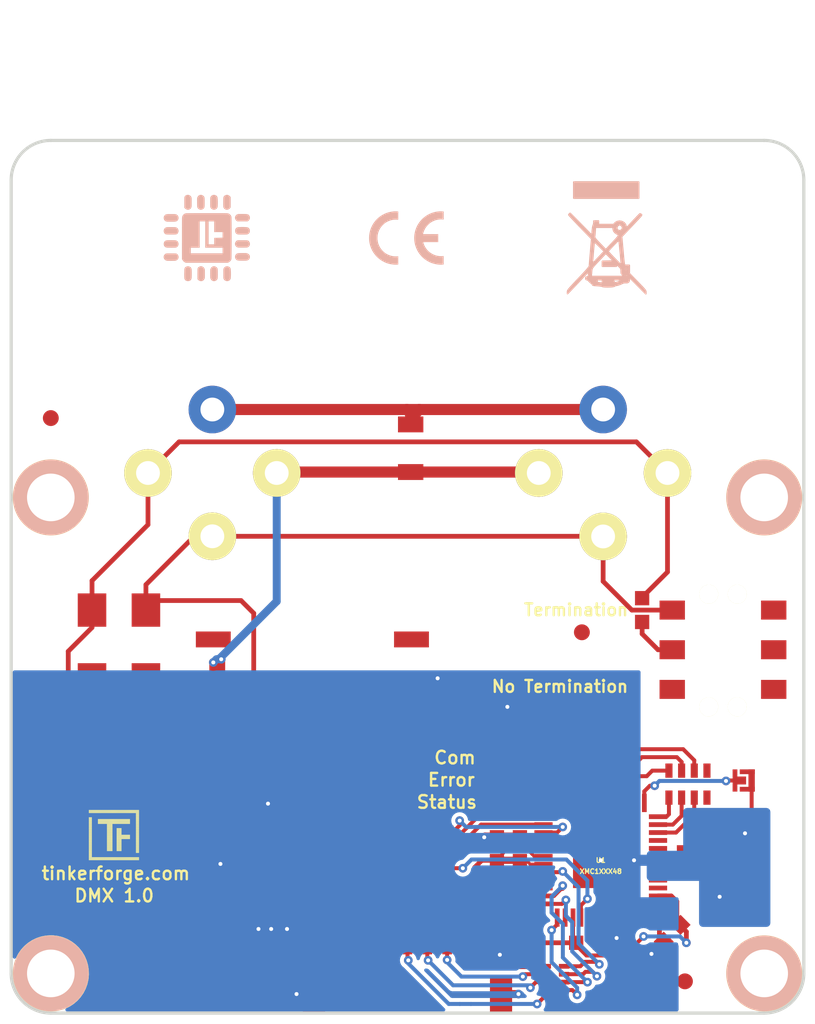
<source format=kicad_pcb>
(kicad_pcb (version 20221018) (generator pcbnew)
  (title_block (title "DMX Bricklet") (date "2017-02-20") (rev "1.0") (company "Tinkerforge GmbH") (comment 1 "Licensed under CERN OHL v.1.1") (comment 2 "Copyright (©) 2016, L.Lauer <lukas.lauer@fh-bielefeld.de>"))
  (layers (0 "F.Cu" signal "Vorderseite") (31 "B.Cu" signal "Rückseite") (34 "B.Paste" user) (35 "F.Paste" user) (36 "B.SilkS" user "B.Silkscreen") (37 "F.SilkS" user "F.Silkscreen") (38 "B.Mask" user) (39 "F.Mask" user) (44 "Edge.Cuts" user))
  (net 0 "")
  (net 1 "GND")
  (net 2 "VCC")
  (net 3 "Net-(C8-Pad1)")
  (net 4 "Net-(D1-Pad2)")
  (net 5 "Net-(D2-Pad2)")
  (net 6 "Net-(D3-Pad2)")
  (net 7 "S-MISO")
  (net 8 "S-MOSI")
  (net 9 "S-CLK")
  (net 10 "S-CS")
  (net 11 "Net-(P2-Pad2)")
  (net 12 "Net-(RP1-Pad5)")
  (net 13 "Net-(RP1-Pad6)")
  (net 14 "Net-(RP1-Pad7)")
  (net 15 "Net-(R1-Pad1)")
  (net 16 "Net-(D4-Pad1)")
  (net 17 "Net-(D5-Pad1)")
  (net 18 "485-DE")
  (net 19 "Net-(RP2-Pad5)")
  (net 20 "Net-(RP2-Pad6)")
  (net 21 "Net-(RP2-Pad7)")
  (net 22 "Net-(RP2-Pad8)")
  (net 23 "Net-(C9-Pad1)")
  (net 24 "Net-(R9-Pad1)")
  (net 25 "Net-(D4-Pad2)")
  (net 26 "Net-(L1-Pad1)")
  (net 27 "Net-(L1-Pad2)")
  (net 28 "485-RX")
  (net 29 "485-~{RE}")
  (net 30 "485-TX")
  (net 31 "Net-(C10-Pad1)")
  (net 32 "Net-(P1-Pad4)")
  (net 33 "Net-(P1-Pad5)")
  (net 34 "Net-(P1-Pad6)")
  (net 35 "Net-(P3-Pad7)")
  (net 36 "Net-(P1-Pad1)")
  (net 37 "Net-(RP1-Pad1)")
  (net 38 "Net-(RP1-Pad8)")
  (net 39 "Net-(SW1-Pad6)")
  (net 40 "Net-(SW1-Pad5)")
  (net 41 "Net-(SW1-Pad4)")
  (net 42 "Net-(SW1-Pad3)")
  (net 43 "Net-(U1-Pad2)")
  (net 44 "Net-(U1-Pad3)")
  (net 45 "Net-(U1-Pad4)")
  (net 46 "Net-(U1-Pad5)")
  (net 47 "Net-(U1-Pad6)")
  (net 48 "Net-(U1-Pad7)")
  (net 49 "Net-(U1-Pad8)")
  (net 50 "Net-(U1-Pad9)")
  (net 51 "Net-(U1-Pad10)")
  (net 52 "Net-(U1-Pad11)")
  (net 53 "Net-(U1-Pad12)")
  (net 54 "Net-(U1-Pad16)")
  (net 55 "Net-(U1-Pad21)")
  (net 56 "Net-(U1-Pad22)")
  (net 57 "Net-(U1-Pad26)")
  (net 58 "Net-(U1-Pad29)")
  (net 59 "Net-(U1-Pad30)")
  (net 60 "Net-(U1-Pad31)")
  (net 61 "Net-(U1-Pad32)")
  (net 62 "Net-(U1-Pad33)")
  (net 63 "Net-(U1-Pad34)")
  (net 64 "Net-(U1-Pad35)")
  (net 65 "Net-(U1-Pad36)")
  (net 66 "Net-(U1-Pad39)")
  (net 67 "Net-(U1-Pad40)")
  (net 68 "Net-(U1-Pad43)")
  (net 69 "Net-(U1-Pad44)")
  (net 70 "Net-(U1-Pad45)")
  (footprint "kicad-libraries:SolderJumper" (layer "F.Cu") (at 169.317157 106.370711 180)
    (fp_text reference "P2")
    (fp_text value "BOOT")
  )
  (footprint "kicad-libraries:0603X4" (layer "F.Cu") (at 165.8 106.6)
    (fp_text reference "RP1")
    (fp_text value "1k")
  )
  (footprint "kicad-libraries:QFN48-EP2" (layer "F.Cu") (at 160.3 111.4 180)
    (fp_text reference "U1")
    (fp_text value "XMC1XXX48")
  )
  (footprint "kicad-libraries:CRYSTAL_3225" (layer "F.Cu") (at 168.6 111.7 -90)
    (fp_text reference "X1")
    (fp_text value "16MHz")
  )
  (footprint "kicad-libraries:SLIDE_SWITCH" (layer "F.Cu") (at 168.01 98.13 -90)
    (fp_text reference "SW1")
    (fp_text value "TER")
  )
  (footprint "kicad-libraries:0603X4" (layer "F.Cu") (at 149.71 110.63 -90)
    (fp_text reference "RP2")
    (fp_text value "10k")
  )
  (footprint "kicad-libraries:Logo_31x31" (layer "F.Cu") (at 128.01 108.23)
    (fp_text reference "G***" hide)
    (fp_text value "Logo_31x31" hide)
  )
  (footprint "kicad-libraries:Fiducial_Mark" (layer "F.Cu") (at 165.61 119.03)
    (fp_text reference "Fiducial_Mark" hide)
    (fp_text value "VAL**" hide)
  )
  (footprint "kicad-libraries:Fiducial_Mark" (layer "F.Cu") (at 130.11 119.03)
    (fp_text reference "Fiducial_Mark" hide)
    (fp_text value "VAL**" hide)
  )
  (footprint "kicad-libraries:Fiducial_Mark" (layer "F.Cu") (at 159.11 97.03)
    (fp_text reference "Fiducial_Mark" hide)
    (fp_text value "VAL**" hide)
  )
  (footprint "kicad-libraries:Fiducial_Mark" (layer "F.Cu") (at 125.61 83.53)
    (fp_text reference "Fiducial_Mark" hide)
    (fp_text value "VAL**" hide)
  )
  (footprint "kicad-libraries:DMX_IN_OUT_2x3POL" (layer "F.Cu") (at 148.11 57.43 180)
    (fp_text reference "P3")
    (fp_text value "DMXCON_2x3")
  )
  (footprint "kicad-libraries:C0603F" (layer "F.Cu") (at 140.51 117.43 -90)
    (fp_text reference "C1")
    (fp_text value "1uF")
  )
  (footprint "kicad-libraries:C0603F" (layer "F.Cu") (at 139.11 117.43 -90)
    (fp_text reference "C2")
    (fp_text value "1uF")
  )
  (footprint "kicad-libraries:C0603F" (layer "F.Cu") (at 164.8 116 -135)
    (fp_text reference "C3")
    (fp_text value "100nF")
  )
  (footprint "kicad-libraries:C0603F" (layer "F.Cu") (at 153.75 110.7 90)
    (fp_text reference "C4")
    (fp_text value "100nF")
  )
  (footprint "kicad-libraries:C0603F" (layer "F.Cu") (at 159.5 116.6)
    (fp_text reference "C5")
    (fp_text value "100nF")
  )
  (footprint "kicad-libraries:C0603F" (layer "F.Cu") (at 155.2 110.7 90)
    (fp_text reference "C6")
    (fp_text value "220nF")
  )
  (footprint "kicad-libraries:C0603E" (layer "F.Cu") (at 138.21 111.63)
    (fp_text reference "C7")
    (fp_text value "100nF")
  )
  (footprint "kicad-libraries:C0603F" (layer "F.Cu") (at 168.6 114.4 180)
    (fp_text reference "C8")
    (fp_text value "10pF")
  )
  (footprint "kicad-libraries:C0603F" (layer "F.Cu") (at 168.6 109)
    (fp_text reference "C9")
    (fp_text value "10pF")
  )
  (footprint "kicad-libraries:C0402F" (layer "F.Cu") (at 155.335 117.355 180)
    (fp_text reference "C10")
    (fp_text value "220pF")
  )
  (footprint "kicad-libraries:D0603F" (layer "F.Cu") (at 154.1 105.05)
    (fp_text reference "D1")
    (fp_text value "yellow")
  )
  (footprint "kicad-libraries:D0603F" (layer "F.Cu") (at 154.1 106.45)
    (fp_text reference "D2")
    (fp_text value "red")
  )
  (footprint "kicad-libraries:D0603F" (layer "F.Cu") (at 154.1 107.85)
    (fp_text reference "D3")
    (fp_text value "blue")
  )
  (footprint "kicad-libraries:DO-214AC" (layer "F.Cu") (at 131.61 97.83 -90)
    (fp_text reference "D4")
    (fp_text value "SMAJ24CA")
  )
  (footprint "kicad-libraries:DO-214AC" (layer "F.Cu") (at 128.21 97.83 -90)
    (fp_text reference "D5")
    (fp_text value "SMAJ24CA")
  )
  (footprint "kicad-libraries:WE-SL" (layer "F.Cu") (at 142.11 101.23 180)
    (fp_text reference "L1")
    (fp_text value "WE-SL")
  )
  (footprint "kicad-libraries:CON-SENSOR2" (layer "F.Cu") (at 148.11 121.03)
    (fp_text reference "P1")
    (fp_text value "CON-SENSOR2")
  )
  (footprint "kicad-libraries:R0603F" (layer "F.Cu") (at 162.91 95.63 90)
    (fp_text reference "R1")
    (fp_text value "120")
  )
  (footprint "kicad-libraries:R1206" (layer "F.Cu") (at 148.31 85.43 -90)
    (fp_text reference "R2")
    (fp_text value "DNP")
  )
  (footprint "kicad-libraries:R0603F" (layer "F.Cu") (at 152.71 103.33 180)
    (fp_text reference "R3")
    (fp_text value "10k")
  )
  (footprint "kicad-libraries:R0603F" (layer "F.Cu") (at 150.51 102.53 90)
    (fp_text reference "R4")
    (fp_text value "2.2k")
  )
  (footprint "kicad-libraries:R0603F" (layer "F.Cu") (at 152.71 101.73)
    (fp_text reference "R5")
    (fp_text value "10k")
  )
  (footprint "kicad-libraries:R0402F" (layer "F.Cu") (at 165.9 110.8)
    (fp_text reference "R9")
    (fp_text value "0")
  )
  (footprint "kicad-libraries:4X0402" (layer "F.Cu") (at 157.41 118.83 90)
    (fp_text reference "RP4")
    (fp_text value "82")
  )
  (footprint "kicad-libraries:DRILL_NP" (layer "F.Cu") (at 125.61 88.53 -90)
    (fp_text reference "U2" hide)
    (fp_text value "DRILL" hide)
  )
  (footprint "kicad-libraries:DRILL_NP" (layer "F.Cu") (at 170.61 118.53 90)
    (fp_text reference "U3" hide)
    (fp_text value "DRILL" hide)
  )
  (footprint "kicad-libraries:DRILL_NP" (layer "F.Cu") (at 125.61 118.53 90)
    (fp_text reference "U4" hide)
    (fp_text value "DRILL" hide)
  )
  (footprint "kicad-libraries:DRILL_NP" (layer "F.Cu") (at 170.61 88.53)
    (fp_text reference "U5" hide)
    (fp_text value "DRILL" hide)
  )
  (footprint "kicad-libraries:SOIC8" (layer "F.Cu") (at 143.31 109.73 90)
    (fp_text reference "U6")
    (fp_text value "ADM3485")
  )
  (footprint "kicad-libraries:WEEE_7mm" (layer "B.Cu") (at 160.66 72.18)
    (fp_text reference "G***" hide)
    (fp_text value "LOGO" hide)
  )
  (footprint "kicad-libraries:CE_5mm" (layer "B.Cu") (at 148.08 72.18)
    (fp_text reference "VAL" hide)
    (fp_text value "CE_5mm" hide)
  )
  (footprint "kicad-libraries:Logo_CoMCU" (layer "B.Cu") (at 135.45 72.18)
    (fp_text reference "G***" hide)
    (fp_text value "LOGO" hide)
  )
  (gr_line (start 125.61 121.03) (end 170.61 121.03) (stroke (width 0.2)) (layer "Edge.Cuts"))
  (gr_arc (start 125.61 121.03) (mid 123.842233 120.297767) (end 123.11 118.53) (stroke (width 0.2)) (layer "Edge.Cuts"))
  (gr_line (start 125.61 66.03) (end 170.61 66.03) (stroke (width 0.2)) (layer "Edge.Cuts"))
  (gr_arc (start 123.11 68.53) (mid 123.842233 66.762233) (end 125.61 66.03) (stroke (width 0.2)) (layer "Edge.Cuts"))
  (gr_line (start 173.11 118.53) (end 173.11 68.53) (stroke (width 0.2)) (layer "Edge.Cuts"))
  (gr_arc (start 170.61 66.03) (mid 172.377767 66.762233) (end 173.11 68.53) (stroke (width 0.2)) (layer "Edge.Cuts"))
  (gr_line (start 123.11 68.53) (end 123.11 118.53) (stroke (width 0.2)) (layer "Edge.Cuts"))
  (gr_arc (start 173.11 118.53) (mid 172.377767 120.297767) (end 170.61 121.03) (stroke (width 0.2)) (layer "Edge.Cuts"))
  (gr_text "DMX 1.0" (at 129.61 113.63) (layer "F.SilkS") (effects (font (size 0.8001 0.8001) (thickness 0.14986))))
  (gr_text "Error" (at 149.31 106.33) (layer "F.SilkS") (effects (font (size 0.8 0.8)) (justify left)))
  (gr_text "Com" (at 149.71 104.93) (layer "F.SilkS") (effects (font (size 0.8 0.8)) (justify left)))
  (gr_text "Termination\n\n\n\nNo Termination" (at 162.11 98.03) (layer "F.SilkS") (effects (font (size 0.75 0.75)) (justify right)))
  (gr_text "tinkerforge.com" (at 129.71 112.23) (layer "F.SilkS") (effects (font (size 0.8001 0.8001) (thickness 0.14986))))
  (gr_text "Status" (at 148.61 107.73) (layer "F.SilkS") (effects (font (size 0.8 0.8)) (justify left)))
  (segment (start 160.5 111.4) (end 160.3 111.4) (width 0.25) (layer "F.Cu") (net 1))
  (segment (start 167.7499 113.7501) (end 167.8 113.7) (width 0.5) (layer "F.Cu") (net 1))
  (segment (start 167.7999 113.6999) (end 167.8 113.7) (width 0.5) (layer "F.Cu") (net 1))
  (segment (start 169.4001 109.7001) (end 169.4 109.7) (width 0.5) (layer "F.Cu") (net 1))
  (segment (start 169.4501 109.6499) (end 169.4 109.7) (width 0.5) (layer "F.Cu") (net 1))
  (segment (start 164.34828 114.14828) (end 164.6 114.4) (width 0.29972) (layer "F.Cu") (net 1))
  (segment (start 164.6 114.4) (end 164.6 114.8) (width 0.29972) (layer "F.Cu") (net 1))
  (segment (start 164.6 114.8) (end 164 115.4) (width 0.29972) (layer "F.Cu") (net 1))
  (segment (start 164 115.4) (end 164 116.402222) (width 0.29972) (layer "F.Cu") (net 1))
  (segment (start 164 116.402222) (end 164.198889 116.601111) (width 0.29972) (layer "F.Cu") (net 1))
  (segment (start 169.767158 106.920711) (end 169.817157 106.870711) (width 0.25) (layer "F.Cu") (net 1))
  (segment (start 169.817157 106.870711) (end 169.817157 106.37071) (width 0.25) (layer "F.Cu") (net 1))
  (segment (start 169.767157 105.82071) (end 169.817157 105.870711) (width 0.25) (layer "F.Cu") (net 1))
  (segment (start 169.817157 105.870711) (end 169.817157 106.37071) (width 0.25) (layer "F.Cu") (net 1))
  (segment (start 169.817157 108.632943) (end 169.4501 109) (width 0.25) (layer "F.Cu") (net 1))
  (segment (start 161 116.6) (end 161.3 116.3) (width 0.25) (layer "F.Cu") (net 1))
  (segment (start 156.1007 110.6507) (end 155.35 109.9) (width 0.2) (layer "F.Cu") (net 1))
  (segment (start 155.35 109.9) (end 155.1 109.9) (width 0.2) (layer "F.Cu") (net 1))
  (segment (start 153 109.9) (end 152.95 109.95) (width 0.5) (layer "F.Cu") (net 1))
  (segment (start 142.63 116.65) (end 144.11 118.13) (width 0.5) (layer "F.Cu") (net 1))
  (segment (start 144.11 118.13) (end 145.41 118.13) (width 0.5) (layer "F.Cu") (net 1))
  (segment (start 145.41 118.13) (end 145.61 117.93) (width 0.5) (layer "F.Cu") (net 1))
  (segment (start 145.61 117.93) (end 145.61 116.43) (width 0.5) (layer "F.Cu") (net 1))
  (segment (start 139.31246 107.82754) (end 139.31 107.83) (width 0.5) (layer "F.Cu") (net 1))
  (segment (start 149.95968 99.98032) (end 150.01 99.93) (width 0.5) (layer "F.Cu") (net 1))
  (segment (start 138.71 115.73) (end 139.11 116.13) (width 0.7) (layer "F.Cu") (net 1))
  (segment (start 139.11 116.13) (end 139.51 115.73) (width 0.7) (layer "F.Cu") (net 1))
  (segment (start 169.4001 109.7001) (end 169.4001 110.60018) (width 0.5) (layer "F.Cu") (net 1))
  (segment (start 163.90934 114.14828) (end 164.34828 114.14828) (width 0.29972) (layer "F.Cu") (net 1))
  (segment (start 153.46 101.73) (end 154.41 101.73) (width 0.5) (layer "F.Cu") (net 1))
  (segment (start 160.3 111.4) (end 162.4 111.4) (width 0.7) (layer "F.Cu") (net 1))
  (segment (start 155.1 109.9) (end 153.8 109.9) (width 0.5) (layer "F.Cu") (net 1))
  (segment (start 156.68812 110.6507) (end 156.1007 110.6507) (width 0.2) (layer "F.Cu") (net 1))
  (segment (start 153.8 109.9) (end 153 109.9) (width 0.5) (layer "F.Cu") (net 1))
  (segment (start 140.51 116.68) (end 140.51 115.73) (width 0.7) (layer "F.Cu") (net 1))
  (segment (start 160.3501 116.6) (end 161 116.6) (width 0.25) (layer "F.Cu") (net 1))
  (segment (start 148.36094 99.98032) (end 149.95968 99.98032) (width 0.5) (layer "F.Cu") (net 1))
  (segment (start 169.817157 106.370711) (end 169.817157 108.632943) (width 0.25) (layer "F.Cu") (net 1))
  (segment (start 137.3599 111.63) (end 136.31 111.63) (width 0.5) (layer "F.Cu") (net 1))
  (segment (start 154.685 117.355) (end 153.935 117.355) (width 0.7) (layer "F.Cu") (net 1))
  (segment (start 167.7999 112.79982) (end 167.7999 113.6999) (width 0.5) (layer "F.Cu") (net 1))
  (segment (start 167.7499 113.7501) (end 167.7499 114.4) (width 0.5) (layer "F.Cu") (net 1))
  (segment (start 139.11 116.68) (end 139.11 116.13) (width 0.7) (layer "F.Cu") (net 1))
  (segment (start 169.542158 106.920711) (end 169.767158 106.920711) (width 0.25) (layer "F.Cu") (net 1))
  (segment (start 140.5 116.65) (end 142.63 116.65) (width 0.5) (layer "F.Cu") (net 1))
  (segment (start 154.01 119.83) (end 155.11 119.83) (width 0.5) (layer "F.Cu") (net 1))
  (segment (start 169.4501 109) (end 169.4501 109.6499) (width 0.5) (layer "F.Cu") (net 1))
  (segment (start 142.21 119.83) (end 141.11 119.83) (width 0.5) (layer "F.Cu") (net 1))
  (segment (start 140.61252 107.82754) (end 139.31246 107.82754) (width 0.5) (layer "F.Cu") (net 1))
  (segment (start 164.198889 116.601111) (end 163.5 117.3) (width 0.29972) (layer "F.Cu") (net 1))
  (segment (start 169.542157 105.82071) (end 169.767157 105.82071) (width 0.25) (layer "F.Cu") (net 1))
  (via (at 153.935 117.355) (size 0.55) (drill 0.25) (layers "F.Cu" "B.Cu") (net 1))
  (via (at 169.4 109.7) (size 0.55) (drill 0.25) (layers "F.Cu" "B.Cu") (net 1))
  (via (at 155.11 119.83) (size 0.55) (drill 0.25) (layers "F.Cu" "B.Cu") (net 1))
  (via (at 163.5 117.3) (size 0.55) (drill 0.25) (layers "F.Cu" "B.Cu") (net 1))
  (via (at 152.95 109.95) (size 0.55) (drill 0.25) (layers "F.Cu" "B.Cu") (net 1))
  (via (at 161.3 116.3) (size 0.55) (drill 0.25) (layers "F.Cu" "B.Cu") (net 1))
  (via (at 167.8 113.7) (size 0.55) (drill 0.25) (layers "F.Cu" "B.Cu") (net 1))
  (via (at 141.11 119.83) (size 0.55) (drill 0.25) (layers "F.Cu" "B.Cu") (net 1))
  (via (at 139.31 107.83) (size 0.55) (drill 0.25) (layers "F.Cu" "B.Cu") (net 1))
  (via (at 150.01 99.93) (size 0.55) (drill 0.25) (layers "F.Cu" "B.Cu") (net 1))
  (via (at 154.41 101.73) (size 0.55) (drill 0.25) (layers "F.Cu" "B.Cu") (net 1))
  (via (at 162.4 111.4) (size 0.55) (drill 0.25) (layers "F.Cu" "B.Cu") (net 1))
  (via (at 138.71 115.73) (size 0.55) (drill 0.25) (layers "F.Cu" "B.Cu") (net 1))
  (via (at 140.51 115.73) (size 0.55) (drill 0.25) (layers "F.Cu" "B.Cu") (net 1))
  (via (at 160.3 111.4) (size 0.55) (drill 0.25) (layers "F.Cu" "B.Cu") (net 1))
  (via (at 136.31 111.63) (size 0.55) (drill 0.25) (layers "F.Cu" "B.Cu") (net 1))
  (via (at 139.51 115.73) (size 0.55) (drill 0.25) (layers "F.Cu" "B.Cu") (net 1))
  (segment (start 167.3 111.4) (end 167.8 111.9) (width 0.7) (layer "B.Cu") (net 1))
  (segment (start 167.8 111.9) (end 167.8 113.7) (width 0.7) (layer "B.Cu") (net 1))
  (segment (start 162.4 111.4) (end 167.3 111.4) (width 0.7) (layer "B.Cu") (net 1))
  (segment (start 164.7479 113.6479) (end 165.1 114) (width 0.29972) (layer "F.Cu") (net 2))
  (segment (start 165.1 114) (end 165.1 115.097778) (width 0.29972) (layer "F.Cu") (net 2))
  (segment (start 165.1 115.097778) (end 165.401111 115.398889) (width 0.29972) (layer "F.Cu") (net 2))
  (segment (start 165.401111 115.601111) (end 165.7 115.9) (width 0.29972) (layer "F.Cu") (net 2))
  (segment (start 165.7 115.9) (end 165.7 116.6) (width 0.29972) (layer "F.Cu") (net 2))
  (segment (start 161.1 117.4) (end 161.6 116.9) (width 0.25) (layer "F.Cu") (net 2))
  (segment (start 149.7 108.2) (end 151.5 106.4) (width 0.25) (layer "F.Cu") (net 2))
  (segment (start 151.5 106.4) (end 152.9499 106.4) (width 0.25) (layer "F.Cu") (net 2))
  (segment (start 162.3 116.9) (end 163 116.2) (width 0.25) (layer "F.Cu") (net 2))
  (segment (start 158.6499 116.6499) (end 159.4 117.4) (width 0.25) (layer "F.Cu") (net 2))
  (segment (start 159.4 117.4) (end 161.1 117.4) (width 0.25) (layer "F.Cu") (net 2))
  (segment (start 158.55248 116.50258) (end 158.6499 116.6) (width 0.25) (layer "F.Cu") (net 2))
  (segment (start 153.8 111.3) (end 154.4 110.7) (width 0.2) (layer "F.Cu") (net 2))
  (segment (start 154.4 110.7) (end 155.65 110.7) (width 0.2) (layer "F.Cu") (net 2))
  (segment (start 155.65 110.7) (end 156.10108 111.15108) (width 0.2) (layer "F.Cu") (net 2))
  (segment (start 156.10108 111.15108) (end 156.68812 111.15108) (width 0.2) (layer "F.Cu") (net 2))
  (segment (start 155.84892 111.64892) (end 155.6 111.4) (width 0.2) (layer "F.Cu") (net 2))
  (segment (start 155.6 111.4) (end 155.1 111.4) (width 0.2) (layer "F.Cu") (net 2))
  (segment (start 148.825 114.875) (end 149.7 114) (width 0.25) (layer "F.Cu") (net 2))
  (segment (start 150.525 114.875) (end 152.35 113.05) (width 0.29972) (layer "F.Cu") (net 2))
  (segment (start 152.35 113.05) (end 152.35 111.85) (width 0.29972) (layer "F.Cu") (net 2))
  (segment (start 152.35 111.85) (end 152.8 111.4) (width 0.29972) (layer "F.Cu") (net 2))
  (segment (start 152.8 111.4) (end 153.8 111.4) (width 0.29972) (layer "F.Cu") (net 2))
  (segment (start 148.8 114.9) (end 148.825 114.875) (width 0.29972) (layer "F.Cu") (net 2))
  (segment (start 143.13 118.15) (end 143.81 118.83) (width 0.5) (layer "F.Cu") (net 2))
  (segment (start 143.81 118.83) (end 145.81 118.83) (width 0.5) (layer "F.Cu") (net 2))
  (segment (start 145.81 118.83) (end 146.86 117.78) (width 0.5) (layer "F.Cu") (net 2))
  (segment (start 146.86 117.78) (end 146.86 116.43) (width 0.5) (layer "F.Cu") (net 2))
  (segment (start 153.88 116.6) (end 152.155 114.875) (width 0.29972) (layer "F.Cu") (net 2))
  (segment (start 152.155 114.875) (end 150.525 114.875) (width 0.29972) (layer "F.Cu") (net 2))
  (segment (start 139.06256 111.63246) (end 139.0601 111.63) (width 0.5) (layer "F.Cu") (net 2))
  (segment (start 139.0601 114.8399) (end 139 114.9) (width 0.29972) (layer "F.Cu") (net 2))
  (segment (start 153.2499 103.5401) (end 153.46 103.33) (width 0.29972) (layer "F.Cu") (net 2))
  (segment (start 138.4001 114.8399) (end 137.71 115.53) (width 0.45) (layer "F.Cu") (net 2))
  (segment (start 137.71 115.53) (end 137.71 117.73) (width 0.45) (layer "F.Cu") (net 2))
  (segment (start 137.71 117.73) (end 138.16 118.18) (width 0.45) (layer "F.Cu") (net 2))
  (segment (start 138.16 118.18) (end 139.11 118.18) (width 0.45) (layer "F.Cu") (net 2))
  (segment (start 158.75 116.6) (end 153.88 116.6) (width 0.29972) (layer "F.Cu") (net 2))
  (segment (start 156.68812 111.64892) (end 155.84892 111.64892) (width 0.2) (layer "F.Cu") (net 2))
  (segment (start 148.825 114.875) (end 150.525 114.875) (width 0.29972) (layer "F.Cu") (net 2))
  (segment (start 140.5 118.15) (end 143.13 118.15) (width 0.5) (layer "F.Cu") (net 2))
  (segment (start 140.5 118.2501) (end 140.8499 118.2501) (width 0.5) (layer "F.Cu") (net 2))
  (segment (start 139 114.9) (end 148.8 114.9) (width 0.29972) (layer "F.Cu") (net 2))
  (segment (start 139.0601 114.8399) (end 138.4001 114.8399) (width 0.45) (layer "F.Cu") (net 2))
  (segment (start 140.51 118.18) (end 139.11 118.18) (width 0.7) (layer "F.Cu") (net 2))
  (segment (start 165.401111 115.398889) (end 165.401111 115.601111) (width 0.29972) (layer "F.Cu") (net 2))
  (segment (start 149.7 114) (end 149.7 108.2) (width 0.25) (layer "F.Cu") (net 2))
  (segment (start 152.9499 107.8) (end 152.9499 106.4) (width 0.25) (layer "F.Cu") (net 2))
  (segment (start 161.6 116.9) (end 162.3 116.9) (width 0.25) (layer "F.Cu") (net 2))
  (segment (start 155.1 111.4) (end 153.8 111.4) (width 0.45) (layer "F.Cu") (net 2))
  (segment (start 163.91188 113.6479) (end 164.7479 113.6479) (width 0.29972) (layer "F.Cu") (net 2))
  (segment (start 153.8 111.4) (end 153.8 111.3) (width 0.2) (layer "F.Cu") (net 2))
  (segment (start 152.9499 105) (end 152.9499 106.4) (width 0.25) (layer "F.Cu") (net 2))
  (segment (start 158.55248 115.01188) (end 158.55248 116.50258) (width 0.25) (layer "F.Cu") (net 2))
  (segment (start 153.2499 105.05) (end 153.2499 103.5401) (width 0.29972) (layer "F.Cu") (net 2))
  (segment (start 148.8 114.9) (end 148.825 114.875) (width 0.25) (layer "F.Cu") (net 2))
  (segment (start 139.0601 111.63) (end 139.0601 114.8399) (width 0.45) (layer "F.Cu") (net 2))
  (segment (start 158.6499 116.6) (end 158.6499 116.6499) (width 0.25) (layer "F.Cu") (net 2))
  (segment (start 140.61252 111.63246) (end 139.06256 111.63246) (width 0.5) (layer "F.Cu") (net 2))
  (via (at 163 116.2) (size 0.55) (drill 0.25) (layers "F.Cu" "B.Cu") (net 2))
  (via (at 165.7 116.6) (size 0.55) (drill 0.25) (layers "F.Cu" "B.Cu") (net 2))
  (segment (start 163 116.2) (end 165.3 116.2) (width 0.25) (layer "B.Cu") (net 2))
  (segment (start 165.3 116.2) (end 165.7 116.6) (width 0.25) (layer "B.Cu") (net 2))
  (segment (start 169.4001 112.6001) (end 168.5 111.7) (width 0.25) (layer "F.Cu") (net 3))
  (segment (start 168.5 111.7) (end 166.1 111.7) (width 0.25) (layer "F.Cu") (net 3))
  (segment (start 166.1 111.7) (end 165.6507 112.1493) (width 0.25) (layer "F.Cu") (net 3))
  (segment (start 165.6507 112.1493) (end 163.91188 112.1493) (width 0.25) (layer "F.Cu") (net 3))
  (segment (start 169.4501 112.84982) (end 169.4001 112.79982) (width 0.7) (layer "F.Cu") (net 3))
  (segment (start 169.4501 114.4) (end 169.4501 112.84982) (width 0.7) (layer "F.Cu") (net 3))
  (segment (start 169.4001 112.79982) (end 169.4001 112.6001) (width 0.25) (layer "F.Cu") (net 3))
  (segment (start 162.4 104.4) (end 161.8 105) (width 0.25) (layer "F.Cu") (net 4))
  (segment (start 166.19878 105.09878) (end 165.5 104.4) (width 0.25) (layer "F.Cu") (net 4))
  (segment (start 165.5 104.4) (end 162.4 104.4) (width 0.25) (layer "F.Cu") (net 4))
  (segment (start 166.19878 105.7491) (end 166.19878 105.09878) (width 0.25) (layer "F.Cu") (net 4))
  (segment (start 161.8 105) (end 155.1501 105) (width 0.25) (layer "F.Cu") (net 4))
  (segment (start 165.40122 105.20122) (end 165.1 104.9) (width 0.25) (layer "F.Cu") (net 5))
  (segment (start 165.1 104.9) (end 162.9 104.9) (width 0.25) (layer "F.Cu") (net 5))
  (segment (start 162.9 104.9) (end 162.3 105.5) (width 0.25) (layer "F.Cu") (net 5))
  (segment (start 157.2 105.5) (end 156.3 106.4) (width 0.25) (layer "F.Cu") (net 5))
  (segment (start 156.3 106.4) (end 155.1501 106.4) (width 0.25) (layer "F.Cu") (net 5))
  (segment (start 165.40122 105.7491) (end 165.40122 105.20122) (width 0.25) (layer "F.Cu") (net 5))
  (segment (start 162.3 105.5) (end 157.2 105.5) (width 0.25) (layer "F.Cu") (net 5))
  (segment (start 163.5509 105.7491) (end 163.2 106.1) (width 0.25) (layer "F.Cu") (net 6))
  (segment (start 156.2 107.8) (end 157.9 106.1) (width 0.25) (layer "F.Cu") (net 6))
  (segment (start 157.9 106.1) (end 163.2 106.1) (width 0.25) (layer "F.Cu") (net 6))
  (segment (start 155.1501 107.8) (end 156.2 107.8) (width 0.25) (layer "F.Cu") (net 6))
  (segment (start 164.60112 105.7491) (end 163.5509 105.7491) (width 0.25) (layer "F.Cu") (net 6))
  (segment (start 157.8507 112.1493) (end 157.9 112.1) (width 0.25) (layer "F.Cu") (net 7))
  (segment (start 159.29 117.8) (end 159.0093 118.0807) (width 0.25) (layer "F.Cu") (net 7))
  (segment (start 159.0093 118.0807) (end 157.985 118.0807) (width 0.25) (layer "F.Cu") (net 7))
  (segment (start 160.21 117.955) (end 160.054862 117.799862) (width 0.25) (layer "F.Cu") (net 7))
  (segment (start 160.054862 117.799862) (end 159.4 117.799862) (width 0.25) (layer "F.Cu") (net 7))
  (segment (start 159.4 117.799862) (end 159.4 117.8) (width 0.25) (layer "F.Cu") (net 7))
  (segment (start 159.4 117.8) (end 159.29 117.8) (width 0.25) (layer "F.Cu") (net 7))
  (segment (start 157.8507 112.1493) (end 156.68812 112.1493) (width 0.25) (layer "F.Cu") (net 7))
  (via (at 157.9 112.1) (size 0.55) (drill 0.25) (layers "F.Cu" "B.Cu") (net 7))
  (via (at 160.21 117.955) (size 0.55) (drill 0.25) (layers "F.Cu" "B.Cu") (net 7))
  (segment (start 158.9 113.1) (end 158.9 116.645) (width 0.25) (layer "B.Cu") (net 7))
  (segment (start 158.9 116.645) (end 160.21 117.955) (width 0.25) (layer "B.Cu") (net 7))
  (segment (start 157.9 112.1) (end 158.9 113.1) (width 0.25) (layer "B.Cu") (net 7))
  (segment (start 158.1 113.9) (end 157.85172 114.14828) (width 0.25) (layer "F.Cu") (net 8))
  (segment (start 156.68812 114.14828) (end 157.85172 114.14828) (width 0.25) (layer "F.Cu") (net 8))
  (segment (start 159.18392 118.58108) (end 157.985 118.58108) (width 0.25) (layer "F.Cu") (net 8))
  (segment (start 160.06 118.705) (end 159.785 118.43) (width 0.25) (layer "F.Cu") (net 8))
  (segment (start 159.785 118.43) (end 159.335 118.43) (width 0.25) (layer "F.Cu") (net 8))
  (segment (start 159.335 118.43) (end 159.18392 118.58108) (width 0.25) (layer "F.Cu") (net 8))
  (segment (start 156.68812 114.14828) (end 156.29172 114.14828) (width 0.25) (layer "F.Cu") (net 8))
  (via (at 160.06 118.705) (size 0.55) (drill 0.25) (layers "F.Cu" "B.Cu") (net 8))
  (via (at 158.1 113.9) (size 0.55) (drill 0.25) (layers "F.Cu" "B.Cu") (net 8))
  (segment (start 158.5 115.3) (end 158.1 114.9) (width 0.25) (layer "B.Cu") (net 8))
  (segment (start 158.1 114.9) (end 158.5 115.3) (width 0.25) (layer "B.Cu") (net 8))
  (segment (start 158.5 115.3) (end 158.5 117.145) (width 0.25) (layer "B.Cu") (net 8))
  (segment (start 158.5 117.145) (end 160.06 118.705) (width 0.25) (layer "B.Cu") (net 8))
  (segment (start 158.1 113.9) (end 158.1 114.9) (width 0.25) (layer "B.Cu") (net 8))
  (segment (start 157.9 113) (end 157.9 113.2) (width 0.25) (layer "F.Cu") (net 9))
  (segment (start 157.9 113.2) (end 157.8 113.2) (width 0.25) (layer "F.Cu") (net 9))
  (segment (start 157.8 113.2) (end 157.3521 113.6479) (width 0.25) (layer "F.Cu") (net 9))
  (segment (start 157.3521 113.6479) (end 156.68812 113.6479) (width 0.25) (layer "F.Cu") (net 9))
  (segment (start 159.46 119.08) (end 159.46 119.07892) (width 0.25) (layer "F.Cu") (net 9))
  (segment (start 159.46 119.07892) (end 157.985 119.07892) (width 0.25) (layer "F.Cu") (net 9))
  (via (at 157.9 113) (size 0.55) (drill 0.25) (layers "F.Cu" "B.Cu") (net 9))
  (via (at 159.46 119.08) (size 0.55) (drill 0.25) (layers "F.Cu" "B.Cu") (net 9))
  (segment (start 157.2 114.7) (end 157.2 113.7) (width 0.25) (layer "B.Cu") (net 9))
  (segment (start 157.2 113.7) (end 157.2 114.7) (width 0.25) (layer "B.Cu") (net 9))
  (segment (start 157.2 114.7) (end 157.91 115.41) (width 0.25) (layer "B.Cu") (net 9))
  (segment (start 157.91 115.41) (end 157.91 117.53) (width 0.25) (layer "B.Cu") (net 9))
  (segment (start 157.91 117.53) (end 159.46 119.08) (width 0.25) (layer "B.Cu") (net 9))
  (segment (start 157.9 113) (end 157.2 113.7) (width 0.25) (layer "B.Cu") (net 9))
  (segment (start 157.2 115.8) (end 157.55172 115.44828) (width 0.25) (layer "F.Cu") (net 10))
  (segment (start 158.81 119.88) (end 158.5093 119.5793) (width 0.25) (layer "F.Cu") (net 10))
  (segment (start 158.5093 119.5793) (end 157.985 119.5793) (width 0.25) (layer "F.Cu") (net 10))
  (segment (start 157.55172 115.01188) (end 157.55172 115.44828) (width 0.25) (layer "F.Cu") (net 10))
  (via (at 158.81 119.88) (size 0.55) (drill 0.25) (layers "F.Cu" "B.Cu") (net 10))
  (via (at 157.2 115.8) (size 0.55) (drill 0.25) (layers "F.Cu" "B.Cu") (net 10))
  (segment (start 157.2 117.82) (end 158.81 119.43) (width 0.25) (layer "B.Cu") (net 10))
  (segment (start 158.81 119.43) (end 158.81 119.88) (width 0.25) (layer "B.Cu") (net 10))
  (segment (start 157.2 115.8) (end 157.2 117.82) (width 0.25) (layer "B.Cu") (net 10))
  (segment (start 163.04828 107.05172) (end 163.4 106.7) (width 0.25) (layer "F.Cu") (net 11))
  (segment (start 163.4 106.7) (end 163.7 106.7) (width 0.25) (layer "F.Cu") (net 11))
  (segment (start 168.2 106.4) (end 168.229289 106.370711) (width 0.25) (layer "F.Cu") (net 11))
  (segment (start 168.229289 106.370711) (end 168.767157 106.370711) (width 0.25) (layer "F.Cu") (net 11))
  (segment (start 163.04828 107.78812) (end 163.04828 107.05172) (width 0.25) (layer "F.Cu") (net 11))
  (segment (start 169.167157 106.370711) (end 168.767157 106.370711) (width 0.25) (layer "F.Cu") (net 11))
  (via (at 163.7 106.7) (size 0.55) (drill 0.25) (layers "F.Cu" "B.Cu") (net 11))
  (via (at 168.2 106.4) (size 0.55) (drill 0.25) (layers "F.Cu" "B.Cu") (net 11))
  (segment (start 163.7 106.7) (end 164 106.4) (width 0.25) (layer "B.Cu") (net 11))
  (segment (start 164 106.4) (end 168.2 106.4) (width 0.25) (layer "B.Cu") (net 11))
  (segment (start 164.60112 108.49888) (end 164.44828 108.65172) (width 0.25) (layer "F.Cu") (net 12))
  (segment (start 164.44828 108.65172) (end 163.91188 108.65172) (width 0.25) (layer "F.Cu") (net 12))
  (segment (start 164.60112 107.4509) (end 164.60112 108.49888) (width 0.25) (layer "F.Cu") (net 12))
  (segment (start 165.40122 108.59878) (end 164.8479 109.1521) (width 0.25) (layer "F.Cu") (net 13))
  (segment (start 164.8479 109.1521) (end 163.91188 109.1521) (width 0.25) (layer "F.Cu") (net 13))
  (segment (start 165.40122 107.4509) (end 165.40122 108.59878) (width 0.25) (layer "F.Cu") (net 13))
  (segment (start 165.04752 109.65248) (end 166.19878 108.50122) (width 0.25) (layer "F.Cu") (net 14))
  (segment (start 166.19878 108.50122) (end 166.19878 107.4509) (width 0.25) (layer "F.Cu") (net 14))
  (segment (start 163.91188 109.65248) (end 165.04752 109.65248) (width 0.25) (layer "F.Cu") (net 14))
  (segment (start 163.91 98.13) (end 162.91 97.13) (width 0.29972) (layer "F.Cu") (net 15))
  (segment (start 162.91 97.13) (end 162.91 96.3301) (width 0.29972) (layer "F.Cu") (net 15))
  (segment (start 164.8096 98.13) (end 163.91 98.13) (width 0.29972) (layer "F.Cu") (net 15))
  (segment (start 162.26064 95.63064) (end 160.45 93.82) (width 0.29972) (layer "F.Cu") (net 16))
  (segment (start 160.45 93.82) (end 160.45 90.99) (width 0.29972) (layer "F.Cu") (net 16))
  (segment (start 137.46032 102.47968) (end 138.41 101.53) (width 0.29972) (layer "F.Cu") (net 16))
  (segment (start 138.41 101.53) (end 138.41 95.83) (width 0.29972) (layer "F.Cu") (net 16))
  (segment (start 138.41 95.83) (end 137.61 95.03) (width 0.29972) (layer "F.Cu") (net 16))
  (segment (start 137.61 95.03) (end 132.21036 95.03) (width 0.29972) (layer "F.Cu") (net 16))
  (segment (start 132.21036 95.03) (end 131.61 95.63036) (width 0.29972) (layer "F.Cu") (net 16))
  (segment (start 131.61 94.03) (end 134.66 90.98) (width 0.29972) (layer "F.Cu") (net 16))
  (segment (start 134.66 90.98) (end 135.8 90.98) (width 0.29972) (layer "F.Cu") (net 16))
  (segment (start 160.44 90.98) (end 160.45 90.99) (width 0.29972) (layer "F.Cu") (net 16))
  (segment (start 164.8096 95.63064) (end 162.26064 95.63064) (width 0.29972) (layer "F.Cu") (net 16))
  (segment (start 131.61 95.63036) (end 131.61 94.03) (width 0.29972) (layer "F.Cu") (net 16))
  (segment (start 135.8 90.98) (end 160.44 90.98) (width 0.29972) (layer "F.Cu") (net 16))
  (segment (start 135.85906 102.47968) (end 137.46032 102.47968) (width 0.29972) (layer "F.Cu") (net 16))
  (segment (start 128.21 96.73) (end 126.71 98.23) (width 0.29972) (layer "F.Cu") (net 17))
  (segment (start 126.71 98.23) (end 126.71 101.23) (width 0.29972) (layer "F.Cu") (net 17))
  (segment (start 126.71 101.23) (end 130.45904 104.97904) (width 0.29972) (layer "F.Cu") (net 17))
  (segment (start 130.45904 104.97904) (end 135.85906 104.97904) (width 0.29972) (layer "F.Cu") (net 17))
  (segment (start 128.21 93.78) (end 131.74 90.25) (width 0.29972) (layer "F.Cu") (net 17))
  (segment (start 131.74 90.25) (end 131.74 86.99) (width 0.29972) (layer "F.Cu") (net 17))
  (segment (start 133.7 85.03) (end 162.55 85.03) (width 0.29972) (layer "F.Cu") (net 17))
  (segment (start 162.55 85.03) (end 164.51 86.99) (width 0.29972) (layer "F.Cu") (net 17))
  (segment (start 164.51 93.2299) (end 164.51 86.99) (width 0.29972) (layer "F.Cu") (net 17))
  (segment (start 128.21 95.63036) (end 128.21 93.78) (width 0.29972) (layer "F.Cu") (net 17))
  (segment (start 128.21 95.63036) (end 128.21 96.73) (width 0.29972) (layer "F.Cu") (net 17))
  (segment (start 162.91 94.8299) (end 164.51 93.2299) (width 0.29972) (layer "F.Cu") (net 17))
  (segment (start 131.74 86.99) (end 133.7 85.03) (width 0.29972) (layer "F.Cu") (net 17))
  (segment (start 152.54828 108.65172) (end 151.4 109.8) (width 0.25) (layer "F.Cu") (net 18))
  (segment (start 151.4 109.8) (end 151.4 110.1) (width 0.25) (layer "F.Cu") (net 18))
  (segment (start 151.4 110.1) (end 151.19878 110.30122) (width 0.25) (layer "F.Cu") (net 18))
  (segment (start 151.19878 110.30122) (end 150.5509 110.30122) (width 0.25) (layer "F.Cu") (net 18))
  (segment (start 156.68812 108.65172) (end 152.54828 108.65172) (width 0.25) (layer "F.Cu") (net 18))
  (segment (start 148.61112 109.43112) (end 147.00754 107.82754) (width 0.29972) (layer "F.Cu") (net 19))
  (segment (start 147.00754 107.82754) (end 146.00748 107.82754) (width 0.29972) (layer "F.Cu") (net 19))
  (segment (start 148.8591 109.43112) (end 148.61112 109.43112) (width 0.29972) (layer "F.Cu") (net 19))
  (segment (start 148.51122 110.23122) (end 147.37754 109.09754) (width 0.29972) (layer "F.Cu") (net 20))
  (segment (start 147.37754 109.09754) (end 146.00748 109.09754) (width 0.29972) (layer "F.Cu") (net 20))
  (segment (start 148.8591 110.23122) (end 148.51122 110.23122) (width 0.29972) (layer "F.Cu") (net 20))
  (segment (start 148.00878 111.02878) (end 147.34246 110.36246) (width 0.29972) (layer "F.Cu") (net 21))
  (segment (start 147.34246 110.36246) (end 146.00748 110.36246) (width 0.29972) (layer "F.Cu") (net 21))
  (segment (start 148.8591 111.02878) (end 148.00878 111.02878) (width 0.29972) (layer "F.Cu") (net 21))
  (segment (start 148.00888 111.82888) (end 147.81246 111.63246) (width 0.29972) (layer "F.Cu") (net 22))
  (segment (start 147.81246 111.63246) (end 146.00748 111.63246) (width 0.29972) (layer "F.Cu") (net 22))
  (segment (start 148.8591 111.82888) (end 148.00888 111.82888) (width 0.29972) (layer "F.Cu") (net 22))
  (segment (start 167.7999 109.05) (end 167.7499 109) (width 0.25) (layer "F.Cu") (net 23))
  (segment (start 167.60008 110.8) (end 167.7999 110.60018) (width 0.25) (layer "F.Cu") (net 23))
  (segment (start 166.55 110.8) (end 167.60008 110.8) (width 0.25) (layer "F.Cu") (net 23))
  (segment (start 167.7999 110.60018) (end 167.7999 109.05) (width 0.7) (layer "F.Cu") (net 23))
  (segment (start 164.65108 111.64892) (end 165.25 111.05) (width 0.25) (layer "F.Cu") (net 24))
  (segment (start 165.25 111.05) (end 165.25 110.8) (width 0.25) (layer "F.Cu") (net 24))
  (segment (start 163.91188 111.64892) (end 164.65108 111.64892) (width 0.25) (layer "F.Cu") (net 24))
  (segment (start 135.80974 100.02964) (end 135.85906 99.98032) (width 0.29972) (layer "F.Cu") (net 25))
  (segment (start 136.36 99.47938) (end 136.36 98.73) (width 0.5) (layer "F.Cu") (net 25))
  (segment (start 135.86 98.93) (end 135.86 99.97938) (width 0.5) (layer "F.Cu") (net 25))
  (segment (start 156.33114 86.93114) (end 156.39 86.99) (width 0.7) (layer "F.Cu") (net 25))
  (segment (start 139.91886 86.93114) (end 139.86 86.99) (width 0.7) (layer "F.Cu") (net 25))
  (segment (start 128.21 100.02964) (end 131.61 100.02964) (width 0.5) (layer "F.Cu") (net 25))
  (segment (start 148.31 86.93114) (end 156.33114 86.93114) (width 0.7) (layer "F.Cu") (net 25))
  (segment (start 135.85906 99.98032) (end 136.36 99.47938) (width 0.5) (layer "F.Cu") (net 25))
  (segment (start 135.85906 99.98032) (end 135.86 99.97938) (width 0.5) (layer "F.Cu") (net 25))
  (segment (start 148.31 86.93114) (end 139.91886 86.93114) (width 0.7) (layer "F.Cu") (net 25))
  (segment (start 131.61 100.02964) (end 135.80974 100.02964) (width 0.29972) (layer "F.Cu") (net 25))
  (via (at 135.86 98.93) (size 0.55) (drill 0.25) (layers "F.Cu" "B.Cu") (net 25))
  (via (at 136.36 98.73) (size 0.55) (drill 0.25) (layers "F.Cu" "B.Cu") (net 25))
  (segment (start 139.86 95.08) (end 139.86 86.99) (width 0.5) (layer "B.Cu") (net 25))
  (segment (start 136.36 98.73) (end 136.285 98.655) (width 0.5) (layer "B.Cu") (net 25))
  (segment (start 136.285 98.655) (end 139.86 95.08) (width 0.5) (layer "B.Cu") (net 25))
  (segment (start 136.06 98.73) (end 135.86 98.93) (width 0.5) (layer "B.Cu") (net 25))
  (segment (start 136.36 98.73) (end 136.06 98.73) (width 0.5) (layer "B.Cu") (net 25))
  (segment (start 141.47754 110.36246) (end 146.86096 104.97904) (width 0.29972) (layer "F.Cu") (net 26))
  (segment (start 146.86096 104.97904) (end 148.36094 104.97904) (width 0.29972) (layer "F.Cu") (net 26))
  (segment (start 150.06096 104.97904) (end 150.51 104.53) (width 0.29972) (layer "F.Cu") (net 26))
  (segment (start 150.51 104.53) (end 150.51 103.28) (width 0.29972) (layer "F.Cu") (net 26))
  (segment (start 151.91 103.28) (end 151.96 103.33) (width 0.29972) (layer "F.Cu") (net 26))
  (segment (start 148.36094 104.97904) (end 150.06096 104.97904) (width 0.29972) (layer "F.Cu") (net 26))
  (segment (start 140.61252 110.36246) (end 141.47754 110.36246) (width 0.29972) (layer "F.Cu") (net 26))
  (segment (start 150.51 103.28) (end 151.91 103.28) (width 0.29972) (layer "F.Cu") (net 26))
  (segment (start 141.64246 109.09754) (end 145.91 104.83) (width 0.29972) (layer "F.Cu") (net 27))
  (segment (start 145.91 104.83) (end 145.91 103.63) (width 0.29972) (layer "F.Cu") (net 27))
  (segment (start 145.91 103.63) (end 147.06032 102.47968) (width 0.29972) (layer "F.Cu") (net 27))
  (segment (start 147.06032 102.47968) (end 148.36094 102.47968) (width 0.29972) (layer "F.Cu") (net 27))
  (segment (start 149.26032 102.47968) (end 149.96 101.78) (width 0.29972) (layer "F.Cu") (net 27))
  (segment (start 149.96 101.78) (end 150.51 101.78) (width 0.29972) (layer "F.Cu") (net 27))
  (segment (start 151.91 101.78) (end 151.96 101.73) (width 0.29972) (layer "F.Cu") (net 27))
  (segment (start 140.61252 109.09754) (end 141.64246 109.09754) (width 0.29972) (layer "F.Cu") (net 27))
  (segment (start 148.36094 102.47968) (end 149.26032 102.47968) (width 0.29972) (layer "F.Cu") (net 27))
  (segment (start 150.51 101.78) (end 151.91 101.78) (width 0.29972) (layer "F.Cu") (net 27))
  (segment (start 151.6 111.9) (end 150.55202 111.9) (width 0.25) (layer "F.Cu") (net 28))
  (segment (start 150.55202 111.9) (end 150.5509 111.89888) (width 0.25) (layer "F.Cu") (net 28))
  (segment (start 159.05032 114.23968) (end 159.46 113.83) (width 0.25) (layer "F.Cu") (net 28))
  (segment (start 159.05032 115.01188) (end 159.05032 114.23968) (width 0.25) (layer "F.Cu") (net 28))
  (via (at 151.6 111.9) (size 0.55) (drill 0.25) (layers "F.Cu" "B.Cu") (net 28))
  (via (at 159.46 113.83) (size 0.55) (drill 0.25) (layers "F.Cu" "B.Cu") (net 28))
  (segment (start 152.15 111.35) (end 151.6 111.9) (width 0.25) (layer "B.Cu") (net 28))
  (segment (start 159.46 113.83) (end 159.46 112.68) (width 0.25) (layer "B.Cu") (net 28))
  (segment (start 159.46 112.68) (end 158.13 111.35) (width 0.25) (layer "B.Cu") (net 28))
  (segment (start 158.13 111.35) (end 152.15 111.35) (width 0.25) (layer "B.Cu") (net 28))
  (segment (start 152.7479 109.1521) (end 151.9 110) (width 0.25) (layer "F.Cu") (net 29))
  (segment (start 151.9 110) (end 151.9 110.6) (width 0.25) (layer "F.Cu") (net 29))
  (segment (start 151.9 110.6) (end 151.40122 111.09878) (width 0.25) (layer "F.Cu") (net 29))
  (segment (start 151.40122 111.09878) (end 150.5509 111.09878) (width 0.25) (layer "F.Cu") (net 29))
  (segment (start 156.68812 109.1521) (end 152.7479 109.1521) (width 0.25) (layer "F.Cu") (net 29))
  (segment (start 157.54752 109.65248) (end 157.9 109.3) (width 0.25) (layer "F.Cu") (net 30))
  (segment (start 151.4 108.9) (end 151.4 109.2) (width 0.25) (layer "F.Cu") (net 30))
  (segment (start 151.09888 109.50112) (end 151.4 109.2) (width 0.25) (layer "F.Cu") (net 30))
  (segment (start 151.4 109.2) (end 151.4 108.9) (width 0.25) (layer "F.Cu") (net 30))
  (segment (start 156.68812 109.65248) (end 157.54752 109.65248) (width 0.25) (layer "F.Cu") (net 30))
  (segment (start 150.5509 109.50112) (end 151.09888 109.50112) (width 0.25) (layer "F.Cu") (net 30))
  (via (at 157.9 109.3) (size 0.55) (drill 0.25) (layers "F.Cu" "B.Cu") (net 30))
  (via (at 151.4 108.9) (size 0.55) (drill 0.25) (layers "F.Cu" "B.Cu") (net 30))
  (segment (start 157.9 109.3) (end 151.8 109.3) (width 0.25) (layer "B.Cu") (net 30))
  (segment (start 151.8 109.3) (end 151.4 108.9) (width 0.25) (layer "B.Cu") (net 30))
  (segment (start 156.7107 118.0807) (end 155.985 117.355) (width 0.25) (layer "F.Cu") (net 31))
  (segment (start 155.985 118.005) (end 155.86 118.13) (width 0.25) (layer "F.Cu") (net 31))
  (segment (start 155.86 118.13) (end 152.335 118.13) (width 0.25) (layer "F.Cu") (net 31))
  (segment (start 152.335 118.13) (end 151.86 117.655) (width 0.25) (layer "F.Cu") (net 31))
  (segment (start 151.86 117.655) (end 151.86 116.43) (width 0.25) (layer "F.Cu") (net 31))
  (segment (start 156.835 118.0807) (end 156.7107 118.0807) (width 0.25) (layer "F.Cu") (net 31))
  (segment (start 155.985 117.355) (end 155.985 118.005) (width 0.25) (layer "F.Cu") (net 31))
  (segment (start 156.835 119.905) (end 156.285 120.455) (width 0.25) (layer "F.Cu") (net 32))
  (segment (start 148.16 117.705) (end 148.11 117.655) (width 0.25) (layer "F.Cu") (net 32))
  (segment (start 148.11 117.655) (end 148.11 116.43) (width 0.25) (layer "F.Cu") (net 32))
  (segment (start 156.835 119.5793) (end 156.835 119.905) (width 0.25) (layer "F.Cu") (net 32))
  (via (at 148.16 117.705) (size 0.55) (drill 0.25) (layers "F.Cu" "B.Cu") (net 32))
  (via (at 156.285 120.455) (size 0.55) (drill 0.25) (layers "F.Cu" "B.Cu") (net 32))
  (segment (start 156.285 120.455) (end 152.11 120.455) (width 0.25) (layer "B.Cu") (net 32))
  (segment (start 152.11 120.455) (end 151.41 120.455) (width 0.25) (layer "B.Cu") (net 32))
  (segment (start 151.41 120.455) (end 150.71 120.455) (width 0.25) (layer "B.Cu") (net 32))
  (segment (start 150.71 120.455) (end 148.16 117.905) (width 0.25) (layer "B.Cu") (net 32))
  (segment (start 148.16 117.905) (end 148.16 117.705) (width 0.25) (layer "B.Cu") (net 32))
  (segment (start 156.21108 119.07892) (end 155.86 119.43) (width 0.25) (layer "F.Cu") (net 33))
  (segment (start 149.41 117.705) (end 149.36 117.655) (width 0.25) (layer "F.Cu") (net 33))
  (segment (start 149.36 117.655) (end 149.36 116.43) (width 0.25) (layer "F.Cu") (net 33))
  (segment (start 156.835 119.07892) (end 156.21108 119.07892) (width 0.25) (layer "F.Cu") (net 33))
  (via (at 155.86 119.43) (size 0.55) (drill 0.25) (layers "F.Cu" "B.Cu") (net 33))
  (via (at 149.41 117.705) (size 0.55) (drill 0.25) (layers "F.Cu" "B.Cu") (net 33))
  (segment (start 155.86 119.43) (end 155.71 119.28) (width 0.25) (layer "B.Cu") (net 33))
  (segment (start 155.71 119.28) (end 150.985 119.28) (width 0.25) (layer "B.Cu") (net 33))
  (segment (start 150.985 119.28) (end 149.41 117.705) (width 0.25) (layer "B.Cu") (net 33))
  (segment (start 155.53392 118.58108) (end 155.385 118.73) (width 0.25) (layer "F.Cu") (net 34))
  (segment (start 150.61 117.68) (end 150.61 116.43) (width 0.25) (layer "F.Cu") (net 34))
  (segment (start 156.835 118.58108) (end 155.53392 118.58108) (width 0.25) (layer "F.Cu") (net 34))
  (via (at 150.61 117.68) (size 0.55) (drill 0.25) (layers "F.Cu" "B.Cu") (net 34))
  (via (at 155.385 118.73) (size 0.55) (drill 0.25) (layers "F.Cu" "B.Cu") (net 34))
  (segment (start 155.385 118.73) (end 151.51 118.73) (width 0.25) (layer "B.Cu") (net 34))
  (segment (start 151.51 118.73) (end 150.61 117.83) (width 0.25) (layer "B.Cu") (net 34))
  (segment (start 150.61 117.83) (end 150.61 117.68) (width 0.25) (layer "B.Cu") (net 34))
  (segment (start 148.31 83.53) (end 148.85 82.99) (width 0.7) (layer "F.Cu") (net 35))
  (segment (start 148.85 82.99) (end 160.45 82.99) (width 0.7) (layer "F.Cu") (net 35))
  (segment (start 148.31 83.23) (end 148.07 82.99) (width 0.7) (layer "F.Cu") (net 35))
  (segment (start 148.07 82.99) (end 148.85 82.99) (width 0.7) (layer "F.Cu") (net 35))
  (segment (start 148.31 83.92886) (end 148.31 83.53) (width 0.7) (layer "F.Cu") (net 35))
  (segment (start 135.8 82.99) (end 148.07 82.99) (width 0.7) (layer "F.Cu") (net 35))
  (segment (start 148.31 83.92886) (end 148.31 83.23) (width 0.7) (layer "F.Cu") (net 35))
  (zone (net 1) (net_name "GND") (layer "B.Cu") (connect_pads yes (clearance 0.2)) (min_thickness 0.5) (fill yes (thermal_gap 0.508) (thermal_bridge_width 0.508))
    (polygon (pts (xy 171 108.1) (xy 165.5 108.1) (xy 165.5 110.8) (xy 163.2 110.8) (xy 163.2 112.7) (xy 166.5 112.7) (xy 166.5 115.6) (xy 171 115.6)))
  )
  (zone (net 1) (net_name "GND") (layer "B.Cu") (connect_pads yes (clearance 0.25)) (min_thickness 0.22) (fill yes (thermal_gap 0.25) (thermal_bridge_width 0.25))
    (polygon (pts (xy 162.81 113.73) (xy 165.21 113.73) (xy 165.21 121.03) (xy 123.11 121.03) (xy 123.11 99.43) (xy 162.81 99.43)))
  )
)
</source>
